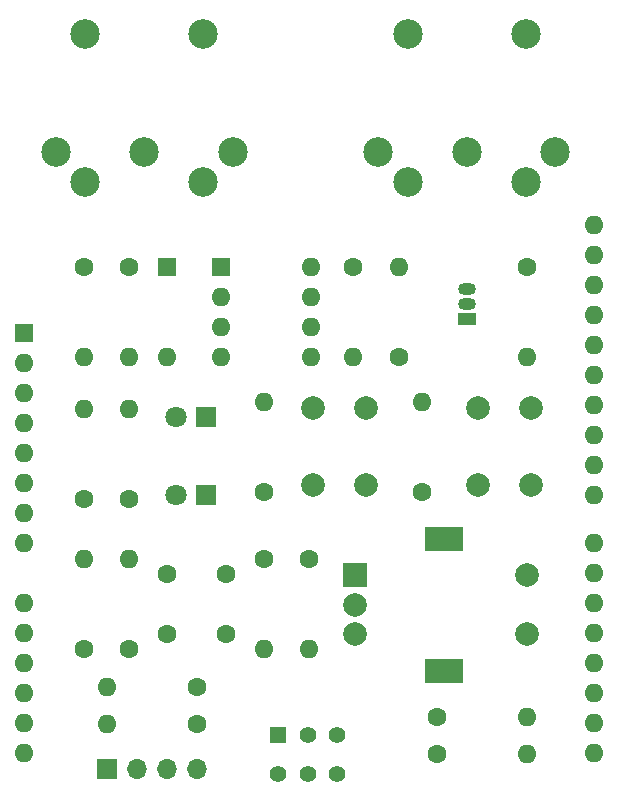
<source format=gbr>
%TF.GenerationSoftware,KiCad,Pcbnew,(6.0.7)*%
%TF.CreationDate,2023-06-18T21:31:42-04:00*%
%TF.ProjectId,MIDI_Arduino_shield,4d494449-5f41-4726-9475-696e6f5f7368,rev?*%
%TF.SameCoordinates,Original*%
%TF.FileFunction,Soldermask,Top*%
%TF.FilePolarity,Negative*%
%FSLAX46Y46*%
G04 Gerber Fmt 4.6, Leading zero omitted, Abs format (unit mm)*
G04 Created by KiCad (PCBNEW (6.0.7)) date 2023-06-18 21:31:42*
%MOMM*%
%LPD*%
G01*
G04 APERTURE LIST*
%ADD10C,1.600000*%
%ADD11O,1.600000X1.600000*%
%ADD12R,1.800000X1.800000*%
%ADD13C,1.800000*%
%ADD14R,2.000000X2.000000*%
%ADD15C,2.000000*%
%ADD16R,3.200000X2.000000*%
%ADD17C,2.500000*%
%ADD18R,1.600000X1.600000*%
%ADD19R,1.700000X1.700000*%
%ADD20O,1.700000X1.700000*%
%ADD21R,1.400000X1.400000*%
%ADD22C,1.400000*%
%ADD23R,1.500000X1.050000*%
%ADD24O,1.500000X1.050000*%
G04 APERTURE END LIST*
D10*
%TO.C,R17*%
X152908000Y-78740000D03*
D11*
X152908000Y-86360000D03*
%TD*%
D12*
%TO.C,D2*%
X140467000Y-91440000D03*
D13*
X137927000Y-91440000D03*
%TD*%
D14*
%TO.C,SW1*%
X153140000Y-104855000D03*
D15*
X153140000Y-109855000D03*
X153140000Y-107355000D03*
D16*
X160640000Y-112955000D03*
X160640000Y-101755000D03*
D15*
X167640000Y-109855000D03*
X167640000Y-104855000D03*
%TD*%
D10*
%TO.C,R7*%
X145415000Y-103505000D03*
D11*
X145415000Y-111125000D03*
%TD*%
D10*
%TO.C,R16*%
X130175000Y-98425000D03*
D11*
X130175000Y-90805000D03*
%TD*%
D10*
%TO.C,R5*%
X133985000Y-78740000D03*
D11*
X133985000Y-86360000D03*
%TD*%
D15*
%TO.C,SW3*%
X149515000Y-97230000D03*
X149515000Y-90730000D03*
X154015000Y-90730000D03*
X154015000Y-97230000D03*
%TD*%
D17*
%TO.C,J3*%
X127755000Y-69040000D03*
X135255000Y-69040000D03*
X142755000Y-69040000D03*
X130255000Y-71540000D03*
X140255000Y-71540000D03*
X130255000Y-59040000D03*
X140255000Y-59040000D03*
%TD*%
D10*
%TO.C,C1*%
X142200000Y-104775000D03*
X137200000Y-104775000D03*
%TD*%
%TO.C,R15*%
X133985000Y-98425000D03*
D11*
X133985000Y-90805000D03*
%TD*%
D10*
%TO.C,R9*%
X133985000Y-111125000D03*
D11*
X133985000Y-103505000D03*
%TD*%
D15*
%TO.C,SW2*%
X163485000Y-97230000D03*
X163485000Y-90730000D03*
X167985000Y-97230000D03*
X167985000Y-90730000D03*
%TD*%
D10*
%TO.C,R3*%
X160020000Y-120015000D03*
D11*
X167640000Y-120015000D03*
%TD*%
D10*
%TO.C,R13*%
X139700000Y-114300000D03*
D11*
X132080000Y-114300000D03*
%TD*%
D10*
%TO.C,R11*%
X145415000Y-97790000D03*
D11*
X145415000Y-90170000D03*
%TD*%
D10*
%TO.C,C2*%
X142160000Y-109855000D03*
X137160000Y-109855000D03*
%TD*%
%TO.C,R1*%
X167640000Y-78740000D03*
D11*
X167640000Y-86360000D03*
%TD*%
D10*
%TO.C,R14*%
X139700000Y-117475000D03*
D11*
X132080000Y-117475000D03*
%TD*%
D10*
%TO.C,R6*%
X130175000Y-78740000D03*
D11*
X130175000Y-86360000D03*
%TD*%
D12*
%TO.C,D3*%
X140462000Y-98044000D03*
D13*
X137922000Y-98044000D03*
%TD*%
D17*
%TO.C,J2*%
X155060000Y-69040000D03*
X162560000Y-69040000D03*
X170060000Y-69040000D03*
X157560000Y-71540000D03*
X167560000Y-71540000D03*
X167560000Y-59040000D03*
X157560000Y-59040000D03*
%TD*%
D18*
%TO.C,U2*%
X141732000Y-78740000D03*
D11*
X141732000Y-81280000D03*
X141732000Y-83820000D03*
X141732000Y-86360000D03*
X149352000Y-86360000D03*
X149352000Y-83820000D03*
X149352000Y-81280000D03*
X149352000Y-78740000D03*
%TD*%
D18*
%TO.C,D1*%
X137160000Y-78740000D03*
D11*
X137160000Y-86360000D03*
%TD*%
D10*
%TO.C,R10*%
X149225000Y-103505000D03*
D11*
X149225000Y-111125000D03*
%TD*%
D10*
%TO.C,R12*%
X158750000Y-97790000D03*
D11*
X158750000Y-90170000D03*
%TD*%
D10*
%TO.C,R4*%
X156845000Y-86360000D03*
D11*
X156845000Y-78740000D03*
%TD*%
D10*
%TO.C,R2*%
X160020000Y-116840000D03*
D11*
X167640000Y-116840000D03*
%TD*%
D19*
%TO.C,J4*%
X132090000Y-121285000D03*
D20*
X134630000Y-121285000D03*
X137170000Y-121285000D03*
X139710000Y-121285000D03*
%TD*%
D10*
%TO.C,R8*%
X130175000Y-111125000D03*
D11*
X130175000Y-103505000D03*
%TD*%
D21*
%TO.C,SW4*%
X146598000Y-118364000D03*
D22*
X149098000Y-118364000D03*
X151598000Y-118364000D03*
X146598000Y-121664000D03*
X149098000Y-121664000D03*
X151598000Y-121664000D03*
%TD*%
D23*
%TO.C,Q1*%
X162560000Y-83185000D03*
D24*
X162560000Y-81915000D03*
X162560000Y-80645000D03*
%TD*%
D11*
%TO.C,A1*%
X173355000Y-75188000D03*
X173355000Y-77728000D03*
X173355000Y-80268000D03*
X173355000Y-82808000D03*
X173355000Y-85348000D03*
X173355000Y-87888000D03*
X173355000Y-90428000D03*
X173355000Y-92968000D03*
X173355000Y-95508000D03*
X173355000Y-98048000D03*
X173355000Y-102108000D03*
X173355000Y-104648000D03*
X173355000Y-107188000D03*
X173355000Y-109728000D03*
X173355000Y-112268000D03*
X173355000Y-114808000D03*
X173355000Y-117348000D03*
X173355000Y-119888000D03*
X125095000Y-119888000D03*
X125095000Y-117348000D03*
X125095000Y-114808000D03*
X125095000Y-112268000D03*
X125095000Y-109728000D03*
X125095000Y-107188000D03*
X125095000Y-102108000D03*
X125095000Y-99568000D03*
X125095000Y-97028000D03*
X125095000Y-94488000D03*
X125095000Y-91948000D03*
X125095000Y-89408000D03*
X125095000Y-86868000D03*
D18*
X125095000Y-84328000D03*
%TD*%
M02*

</source>
